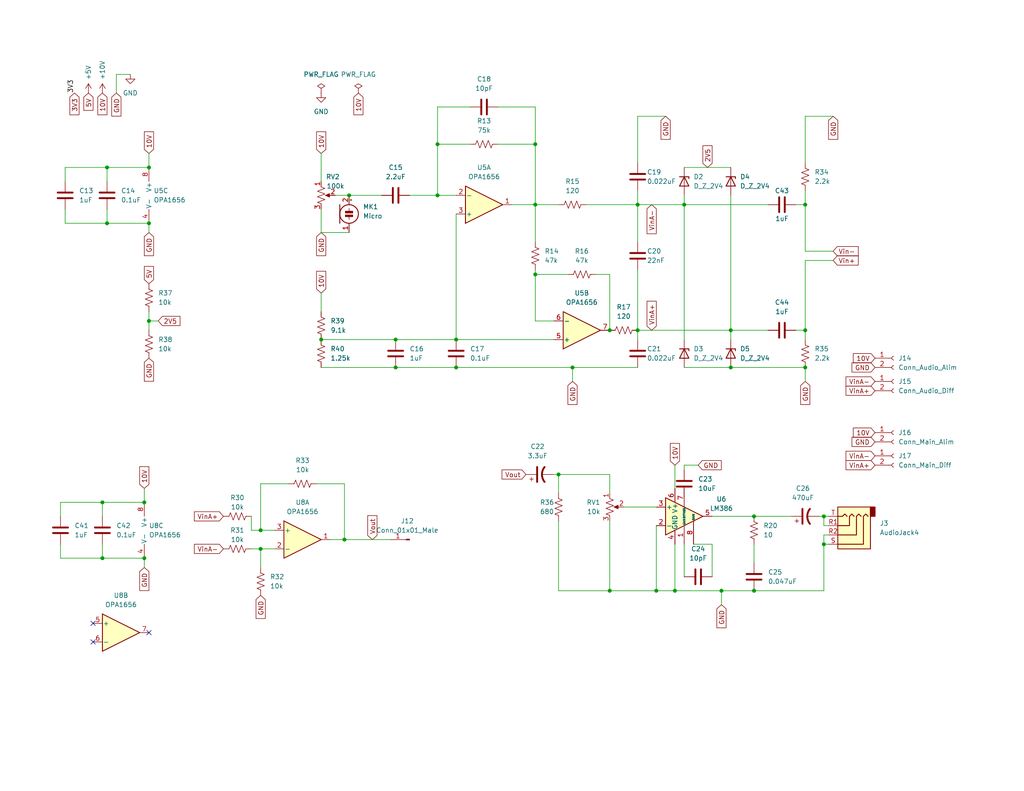
<source format=kicad_sch>
(kicad_sch (version 20211123) (generator eeschema)
  (paper "USLetter")
  (title_block (title "Ecou-Terre_PCB") (date "2023-01-23") (rev "v0") (company "CRIFA") (comment 1 "Eric Gingras") (comment 2 "Jacob Turcotte"))
  (lib_symbols
    (symbol "Amplifier_Audio:LM386" (pin_names (offset 0.127))
      (property "Reference" "U" (at 1.27 7.62 0))
      (property "Value" "LM386" (at 1.27 5.08 0))
      (symbol "LM386_0_1"
        (polyline (pts (xy 5.08 0) (xy -5.08 5.08) (xy -5.08 -5.08) (xy 5.08 0)) (stroke (width 0.254)) (fill (type background)))
      )
      (symbol "LM386_1_1"
        (pin input line (at 0 -7.62 90) (length 5.08) (name "GAIN") (number "1"))
        (pin input line (at -7.62 -2.54 0) (length 2.54) (name "-") (number "2"))
        (pin input line (at -7.62 2.54 0) (length 2.54) (name "+") (number "3"))
        (pin power_in line (at -2.54 -7.62 90) (length 3.81) (name "GND") (number "4"))
        (pin output line (at 7.62 0 180) (length 2.54) (name "~") (number "5"))
        (pin power_in line (at -2.54 7.62 270) (length 3.81) (name "V+") (number "6"))
        (pin input line (at 0 7.62 270) (length 5.08) (name "BYPASS") (number "7"))
        (pin input line (at 2.54 -7.62 90) (length 6.35) (name "GAIN") (number "8"))
      )
    )
    (symbol "Amplifier_Operational:TL072" (pin_names (offset 0.127))
      (property "Reference" "U" (at 0 5.08 0))
      (property "Value" "TL072" (at 0 -5.08 0))
      (symbol "TL072_1_1"
        (polyline (pts (xy -5.08 5.08) (xy 5.08 0) (xy -5.08 -5.08) (xy -5.08 5.08)) (stroke (width 0.254)) (fill (type background)))
        (pin output line (at 7.62 0 180) (length 2.54) (name "~") (number "1"))
        (pin input line (at -7.62 -2.54 0) (length 2.54) (name "-") (number "2"))
        (pin input line (at -7.62 2.54 0) (length 2.54) (name "+") (number "3"))
      )
      (symbol "TL072_2_1"
        (polyline (pts (xy -5.08 5.08) (xy 5.08 0) (xy -5.08 -5.08) (xy -5.08 5.08)) (stroke (width 0.254)) (fill (type background)))
        (pin input line (at -7.62 2.54 0) (length 2.54) (name "+") (number "5"))
        (pin input line (at -7.62 -2.54 0) (length 2.54) (name "-") (number "6"))
        (pin output line (at 7.62 0 180) (length 2.54) (name "~") (number "7"))
      )
      (symbol "TL072_3_1"
        (pin power_in line (at -2.54 -7.62 90) (length 3.81) (name "V-") (number "4"))
        (pin power_in line (at -2.54 7.62 270) (length 3.81) (name "V+") (number "8"))
      )
    )
    (symbol "Connector:AudioJack4"
      (property "Reference" "J" (at 0 8.89 0))
      (property "Value" "AudioJack4" (at 0 6.35 0))
      (symbol "AudioJack4_0_1"
        (rectangle (start -6.35 -5.08) (end -7.62 -7.62) (stroke (width 0.254)) (fill (type outline)))
        (polyline (pts (xy 0 -5.08) (xy 0.635 -5.715) (xy 1.27 -5.08) (xy 2.54 -5.08)) (stroke (width 0.254)))
        (polyline (pts (xy -5.715 -5.08) (xy -5.08 -5.715) (xy -4.445 -5.08) (xy -4.445 2.54) (xy 2.54 2.54)) (stroke (width 0.254)))
        (polyline (pts (xy -1.905 -5.08) (xy -1.27 -5.715) (xy -0.635 -5.08) (xy -0.635 -2.54) (xy 2.54 -2.54)) (stroke (width 0.254)))
        (polyline (pts (xy 2.54 0) (xy -2.54 0) (xy -2.54 -5.08) (xy -3.175 -5.715) (xy -3.81 -5.08)) (stroke (width 0.254)))
        (rectangle (start 2.54 3.81) (end -6.35 -7.62) (stroke (width 0.254)) (fill (type background)))
      )
      (symbol "AudioJack4_1_1"
        (pin passive line (at 5.08 -2.54 180) (length 2.54) (name "~") (number "R1"))
        (pin passive line (at 5.08 0 180) (length 2.54) (name "~") (number "R2"))
        (pin passive line (at 5.08 2.54 180) (length 2.54) (name "~") (number "S"))
        (pin passive line (at 5.08 -5.08 180) (length 2.54) (name "~") (number "T"))
      )
    )
    (symbol "Connector:Conn_01x01_Male" (pin_names (offset 1.016) hide)
      (property "Reference" "J" (at 0 2.54 0))
      (property "Value" "Conn_01x01_Male" (at 0 -2.54 0))
      (symbol "Conn_01x01_Male_1_1"
        (polyline (pts (xy 1.27 0) (xy 0.8636 0)) (stroke (width 0.1524)))
        (rectangle (start 0.8636 0.127) (end 0 -0.127) (stroke (width 0.1524)) (fill (type outline)))
        (pin passive line (at 5.08 0 180) (length 3.81) (name "Pin_1") (number "1"))
      )
    )
    (symbol "Connector:Conn_01x02_Female" (pin_names (offset 1.016) hide)
      (property "Reference" "J" (at 0 2.54 0))
      (property "Value" "Conn_01x02_Female" (at 0 -5.08 0))
      (symbol "Conn_01x02_Female_1_1"
        (arc (start 0 -2.032) (mid -0.508 -2.54) (end 0 -3.048) (stroke (width 0.1524)))
        (polyline (pts (xy -1.27 -2.54) (xy -0.508 -2.54)) (stroke (width 0.1524)))
        (polyline (pts (xy -1.27 0) (xy -0.508 0)) (stroke (width 0.1524)))
        (arc (start 0 0.508) (mid -0.508 0) (end 0 -0.508) (stroke (width 0.1524)))
        (pin passive line (at -5.08 0 0) (length 3.81) (name "Pin_1") (number "1"))
        (pin passive line (at -5.08 -2.54 0) (length 3.81) (name "Pin_2") (number "2"))
      )
    )
    (symbol "Device:C" (pin_numbers hide) (pin_names (offset 0.254))
      (property "Reference" "C" (at 0.635 2.54 0))
      (property "Value" "C" (at 0.635 -2.54 0))
      (symbol "C_0_1"
        (polyline (pts (xy -2.032 -0.762) (xy 2.032 -0.762)) (stroke (width 0.508)))
        (polyline (pts (xy -2.032 0.762) (xy 2.032 0.762)) (stroke (width 0.508)))
      )
      (symbol "C_1_1"
        (pin passive line (at 0 3.81 270) (length 2.794) (name "~") (number "1"))
        (pin passive line (at 0 -3.81 90) (length 2.794) (name "~") (number "2"))
      )
    )
    (symbol "Device:C_Polarized_US" (pin_numbers hide) (pin_names (offset 0.254) hide)
      (property "Reference" "C" (at 0.635 2.54 0))
      (property "Value" "C_Polarized_US" (at 0.635 -2.54 0))
      (symbol "C_Polarized_US_0_1"
        (polyline (pts (xy -2.032 0.762) (xy 2.032 0.762)) (stroke (width 0.508)))
        (polyline (pts (xy -1.778 2.286) (xy -0.762 2.286)))
        (polyline (pts (xy -1.27 1.778) (xy -1.27 2.794)))
        (arc (start 2.032 -1.27) (mid 0 -0.5572) (end -2.032 -1.27) (stroke (width 0.508)))
      )
      (symbol "C_Polarized_US_1_1"
        (pin passive line (at 0 3.81 270) (length 2.794) (name "~") (number "1"))
        (pin passive line (at 0 -3.81 90) (length 3.302) (name "~") (number "2"))
      )
    )
    (symbol "Device:D_Zener" (pin_numbers hide) (pin_names (offset 1.016) hide)
      (property "Reference" "D" (at 0 2.54 0))
      (property "Value" "D_Zener" (at 0 -2.54 0))
      (symbol "D_Zener_0_1"
        (polyline (pts (xy 1.27 0) (xy -1.27 0)))
        (polyline (pts (xy -1.27 -1.27) (xy -1.27 1.27) (xy -0.762 1.27)) (stroke (width 0.254)))
        (polyline (pts (xy 1.27 -1.27) (xy 1.27 1.27) (xy -1.27 0) (xy 1.27 -1.27)) (stroke (width 0.254)))
      )
      (symbol "D_Zener_1_1"
        (pin passive line (at -3.81 0 0) (length 2.54) (name "K") (number "1"))
        (pin passive line (at 3.81 0 180) (length 2.54) (name "A") (number "2"))
      )
    )
    (symbol "Device:Microphone_Condenser" (pin_names (offset 0.0254) hide)
      (property "Reference" "MK" (at -3.302 1.27 0))
      (property "Value" "Microphone_Condenser" (at -3.302 -0.635 0))
      (symbol "Microphone_Condenser_0_1"
        (polyline (pts (xy -2.54 2.54) (xy -2.54 -2.54)) (stroke (width 0.254)))
        (polyline (pts (xy 0 -0.762) (xy 0 -1.524)))
        (polyline (pts (xy 0 0.762) (xy 0 1.524)))
        (polyline (pts (xy 0.254 3.81) (xy 0.762 3.81)))
        (polyline (pts (xy 0.508 4.064) (xy 0.508 3.556)))
        (circle (center 0 0) (radius 2.54) (stroke (width 0.254)))
        (rectangle (start 1.016 -0.254) (end -1.016 -0.762) (fill (type outline)))
        (rectangle (start 1.016 0.762) (end -1.016 0.254) (fill (type outline)))
      )
      (symbol "Microphone_Condenser_1_1"
        (pin passive line (at 0 -5.08 90) (length 2.54) (name "-") (number "1"))
        (pin passive line (at 0 5.08 270) (length 2.54) (name "+") (number "2"))
      )
    )
    (symbol "Device:R_Potentiometer_US" (pin_names (offset 1.016) hide)
      (property "Reference" "RV" (at -4.445 0 90))
      (property "Value" "R_Potentiometer_US" (at -2.54 0 90))
      (symbol "R_Potentiometer_US_0_1"
        (polyline (pts (xy 0 -2.286) (xy 0 -2.54)))
        (polyline (pts (xy 0 2.54) (xy 0 2.286)))
        (polyline (pts (xy 2.54 0) (xy 1.524 0)))
        (polyline (pts (xy 1.143 0) (xy 2.286 0.508) (xy 2.286 -0.508) (xy 1.143 0)) (fill (type outline)))
        (polyline (pts (xy 0 -0.762) (xy 1.016 -1.143) (xy 0 -1.524) (xy -1.016 -1.905) (xy 0 -2.286)))
        (polyline (pts (xy 0 0.762) (xy 1.016 0.381) (xy 0 0) (xy -1.016 -0.381) (xy 0 -0.762)))
        (polyline (pts (xy 0 2.286) (xy 1.016 1.905) (xy 0 1.524) (xy -1.016 1.143) (xy 0 0.762)))
      )
      (symbol "R_Potentiometer_US_1_1"
        (pin passive line (at 0 3.81 270) (length 1.27) (name "1") (number "1"))
        (pin passive line (at 3.81 0 180) (length 1.27) (name "2") (number "2"))
        (pin passive line (at 0 -3.81 90) (length 1.27) (name "3") (number "3"))
      )
    )
    (symbol "Device:R_US" (pin_numbers hide) (pin_names (offset 0))
      (property "Reference" "R" (at 2.54 0 90))
      (property "Value" "R_US" (at -2.54 0 90))
      (symbol "R_US_0_1"
        (polyline (pts (xy 0 -2.286) (xy 0 -2.54)))
        (polyline (pts (xy 0 2.286) (xy 0 2.54)))
        (polyline (pts (xy 0 -0.762) (xy 1.016 -1.143) (xy 0 -1.524) (xy -1.016 -1.905) (xy 0 -2.286)))
        (polyline (pts (xy 0 0.762) (xy 1.016 0.381) (xy 0 0) (xy -1.016 -0.381) (xy 0 -0.762)))
        (polyline (pts (xy 0 2.286) (xy 1.016 1.905) (xy 0 1.524) (xy -1.016 1.143) (xy 0 0.762)))
      )
      (symbol "R_US_1_1"
        (pin passive line (at 0 3.81 270) (length 1.27) (name "~") (number "1"))
        (pin passive line (at 0 -3.81 90) (length 1.27) (name "~") (number "2"))
      )
    )
    (symbol "power:+10V" (power) (pin_names (offset 0))
      (property "Value" "+10V" (at 0 3.556 0))
      (symbol "+10V_0_1"
        (polyline (pts (xy -0.762 1.27) (xy 0 2.54)))
        (polyline (pts (xy 0 0) (xy 0 2.54)))
        (polyline (pts (xy 0 2.54) (xy 0.762 1.27)))
      )
      (symbol "+10V_1_1"
        (pin power_in line (at 0 0 90) (length 0) hide (name "+10V") (number "1"))
      )
    )
    (symbol "power:+5V" (power) (pin_names (offset 0))
      (property "Value" "+5V" (at 0 3.556 0))
      (symbol "+5V_0_1"
        (polyline (pts (xy -0.762 1.27) (xy 0 2.54)))
        (polyline (pts (xy 0 0) (xy 0 2.54)))
        (polyline (pts (xy 0 2.54) (xy 0.762 1.27)))
      )
      (symbol "+5V_1_1"
        (pin power_in line (at 0 0 90) (length 0) hide (name "+5V") (number "1"))
      )
    )
    (symbol "power:GND" (power) (pin_names (offset 0))
      (property "Value" "GND" (at 0 -3.81 0))
      (symbol "GND_0_1"
        (polyline (pts (xy 0 0) (xy 0 -1.27) (xy 1.27 -1.27) (xy 0 -2.54) (xy -1.27 -1.27) (xy 0 -1.27)))
      )
      (symbol "GND_1_1"
        (pin power_in line (at 0 0 270) (length 0) hide (name "GND") (number "1"))
      )
    )
    (symbol "power:PWR_FLAG" (power) (pin_numbers hide) (pin_names (offset 0) hide)
      (property "Value" "PWR_FLAG" (at 0 3.81 0))
      (symbol "PWR_FLAG_0_0"
        (pin power_out line (at 0 0 90) (length 0) (name "pwr") (number "1"))
      )
      (symbol "PWR_FLAG_0_1"
        (polyline (pts (xy 0 0) (xy 0 1.27) (xy -1.016 1.905) (xy 0 2.54) (xy 1.016 1.905) (xy 0 1.27)))
      )
    )
  )
  (junction (at 199.39 90.17))
  (junction (at 29.21 45.72))
  (junction (at 156.21 100.33))
  (junction (at 146.05 55.88))
  (junction (at 29.21 60.96))
  (junction (at 107.95 92.71))
  (junction (at 184.15 161.29))
  (junction (at 39.37 152.4))
  (junction (at 179.07 161.29))
  (junction (at 93.98 147.32))
  (junction (at 219.71 55.88))
  (junction (at 71.12 149.86))
  (junction (at 205.74 161.29))
  (junction (at 173.99 55.88))
  (junction (at 107.95 100.33))
  (junction (at 39.37 137.16))
  (junction (at 224.79 140.97))
  (junction (at 173.99 90.17))
  (junction (at 219.71 100.33))
  (junction (at 124.46 100.33))
  (junction (at 119.38 53.34))
  (junction (at 87.63 92.71))
  (junction (at 124.46 92.71))
  (junction (at 224.79 148.59))
  (junction (at 27.94 152.4))
  (junction (at 119.38 39.37))
  (junction (at 205.74 140.97))
  (junction (at 196.85 161.29))
  (junction (at 40.64 87.63))
  (junction (at 152.4 129.54))
  (junction (at 199.39 100.33))
  (junction (at 166.37 161.29))
  (junction (at 219.71 90.17))
  (junction (at 95.25 53.34))
  (junction (at 186.69 55.88))
  (junction (at 71.12 144.78))
  (junction (at 40.64 60.96))
  (junction (at 146.05 74.93))
  (junction (at 166.37 90.17))
  (junction (at 27.94 137.16))
  (junction (at 40.64 45.72))
  (junction (at 146.05 39.37))
  (no_connect (at 25.4 170.18))
  (no_connect (at 40.64 172.72))
  (no_connect (at 25.4 175.26))
  (wire (pts (xy 219.71 104.14) (xy 219.71 100.33)))
  (wire (pts (xy 71.12 144.78) (xy 74.93 144.78)))
  (wire (pts (xy 196.85 165.1) (xy 196.85 161.29)))
  (wire (pts (xy 199.39 100.33) (xy 219.71 100.33)))
  (wire (pts (xy 107.95 92.71) (xy 124.46 92.71)))
  (wire (pts (xy 194.31 148.59) (xy 194.31 157.48)))
  (wire (pts (xy 40.64 87.63) (xy 43.18 87.63)))
  (wire (pts (xy 179.07 138.43) (xy 170.18 138.43)))
  (wire (pts (xy 93.98 132.08) (xy 93.98 147.32)))
  (wire (pts (xy 86.36 132.08) (xy 93.98 132.08)))
  (wire (pts (xy 173.99 31.75) (xy 181.61 31.75)))
  (wire (pts (xy 146.05 66.04) (xy 146.05 55.88)))
  (wire (pts (xy 186.69 148.59) (xy 186.69 157.48)))
  (wire (pts (xy 87.63 92.71) (xy 107.95 92.71)))
  (wire (pts (xy 152.4 161.29) (xy 166.37 161.29)))
  (wire (pts (xy 111.76 53.34) (xy 119.38 53.34)))
  (wire (pts (xy 68.58 140.97) (xy 68.58 144.78)))
  (wire (pts (xy 186.69 55.88) (xy 209.55 55.88)))
  (wire (pts (xy 107.95 100.33) (xy 124.46 100.33)))
  (wire (pts (xy 199.39 90.17) (xy 209.55 90.17)))
  (wire (pts (xy 186.69 135.89) (xy 186.69 133.35)))
  (wire (pts (xy 189.23 148.59) (xy 194.31 148.59)))
  (wire (pts (xy 156.21 100.33) (xy 173.99 100.33)))
  (wire (pts (xy 173.99 55.88) (xy 186.69 55.88)))
  (wire (pts (xy 179.07 143.51) (xy 179.07 161.29)))
  (wire (pts (xy 124.46 100.33) (xy 156.21 100.33)))
  (wire (pts (xy 68.58 144.78) (xy 71.12 144.78)))
  (wire (pts (xy 40.64 63.5) (xy 40.64 60.96)))
  (wire (pts (xy 219.71 90.17) (xy 219.71 92.71)))
  (wire (pts (xy 152.4 129.54) (xy 152.4 134.62)))
  (wire (pts (xy 151.13 129.54) (xy 152.4 129.54)))
  (wire (pts (xy 173.99 73.66) (xy 173.99 90.17)))
  (wire (pts (xy 215.9 140.97) (xy 205.74 140.97)))
  (wire (pts (xy 90.17 147.32) (xy 93.98 147.32)))
  (wire (pts (xy 166.37 74.93) (xy 166.37 90.17)))
  (wire (pts (xy 186.69 127) (xy 186.69 128.27)))
  (wire (pts (xy 124.46 53.34) (xy 119.38 53.34)))
  (wire (pts (xy 196.85 161.29) (xy 184.15 161.29)))
  (wire (pts (xy 146.05 39.37) (xy 146.05 55.88)))
  (wire (pts (xy 186.69 53.34) (xy 186.69 55.88)))
  (wire (pts (xy 87.63 80.01) (xy 87.63 85.09)))
  (wire (pts (xy 152.4 55.88) (xy 146.05 55.88)))
  (wire (pts (xy 29.21 60.96) (xy 40.64 60.96)))
  (wire (pts (xy 151.13 92.71) (xy 124.46 92.71)))
  (wire (pts (xy 152.4 142.24) (xy 152.4 161.29)))
  (wire (pts (xy 223.52 140.97) (xy 224.79 140.97)))
  (wire (pts (xy 71.12 149.86) (xy 71.12 154.94)))
  (wire (pts (xy 179.07 161.29) (xy 184.15 161.29)))
  (wire (pts (xy 166.37 142.24) (xy 166.37 161.29)))
  (wire (pts (xy 224.79 146.05) (xy 224.79 148.59)))
  (wire (pts (xy 160.02 55.88) (xy 173.99 55.88)))
  (wire (pts (xy 184.15 133.35) (xy 184.15 127)))
  (wire (pts (xy 29.21 45.72) (xy 40.64 45.72)))
  (wire (pts (xy 186.69 55.88) (xy 186.69 92.71)))
  (wire (pts (xy 173.99 66.04) (xy 173.99 55.88)))
  (wire (pts (xy 152.4 129.54) (xy 166.37 129.54)))
  (wire (pts (xy 16.51 152.4) (xy 27.94 152.4)))
  (wire (pts (xy 205.74 161.29) (xy 196.85 161.29)))
  (wire (pts (xy 27.94 137.16) (xy 39.37 137.16)))
  (wire (pts (xy 27.94 148.59) (xy 27.94 152.4)))
  (wire (pts (xy 146.05 87.63) (xy 146.05 74.93)))
  (wire (pts (xy 219.71 31.75) (xy 219.71 44.45)))
  (wire (pts (xy 146.05 73.66) (xy 146.05 74.93)))
  (wire (pts (xy 173.99 90.17) (xy 199.39 90.17)))
  (wire (pts (xy 156.21 104.14) (xy 156.21 100.33)))
  (wire (pts (xy 151.13 87.63) (xy 146.05 87.63)))
  (wire (pts (xy 71.12 149.86) (xy 74.93 149.86)))
  (wire (pts (xy 217.17 55.88) (xy 219.71 55.88)))
  (wire (pts (xy 31.75 25.4) (xy 31.75 20.32)))
  (wire (pts (xy 199.39 53.34) (xy 199.39 90.17)))
  (wire (pts (xy 119.38 29.21) (xy 119.38 39.37)))
  (wire (pts (xy 173.99 90.17) (xy 173.99 92.71)))
  (wire (pts (xy 199.39 90.17) (xy 199.39 92.71)))
  (wire (pts (xy 93.98 147.32) (xy 106.68 147.32)))
  (wire (pts (xy 17.78 45.72) (xy 29.21 45.72)))
  (wire (pts (xy 29.21 57.15) (xy 29.21 60.96)))
  (wire (pts (xy 219.71 31.75) (xy 227.33 31.75)))
  (wire (pts (xy 224.79 143.51) (xy 224.79 140.97)))
  (wire (pts (xy 16.51 140.97) (xy 16.51 137.16)))
  (wire (pts (xy 224.79 148.59) (xy 224.79 161.29)))
  (wire (pts (xy 87.63 63.5) (xy 95.25 63.5)))
  (wire (pts (xy 186.69 100.33) (xy 199.39 100.33)))
  (wire (pts (xy 219.71 52.07) (xy 219.71 55.88)))
  (wire (pts (xy 154.94 74.93) (xy 146.05 74.93)))
  (wire (pts (xy 205.74 148.59) (xy 205.74 153.67)))
  (wire (pts (xy 205.74 161.29) (xy 224.79 161.29)))
  (wire (pts (xy 186.69 45.72) (xy 199.39 45.72)))
  (wire (pts (xy 146.05 29.21) (xy 146.05 39.37)))
  (wire (pts (xy 124.46 92.71) (xy 124.46 58.42)))
  (wire (pts (xy 87.63 100.33) (xy 107.95 100.33)))
  (wire (pts (xy 71.12 132.08) (xy 71.12 144.78)))
  (wire (pts (xy 16.51 137.16) (xy 27.94 137.16)))
  (wire (pts (xy 17.78 49.53) (xy 17.78 45.72)))
  (wire (pts (xy 128.27 39.37) (xy 119.38 39.37)))
  (wire (pts (xy 39.37 154.94) (xy 39.37 152.4)))
  (wire (pts (xy 166.37 129.54) (xy 166.37 134.62)))
  (wire (pts (xy 17.78 60.96) (xy 29.21 60.96)))
  (wire (pts (xy 173.99 44.45) (xy 173.99 31.75)))
  (wire (pts (xy 194.31 140.97) (xy 205.74 140.97)))
  (wire (pts (xy 224.79 140.97) (xy 226.06 140.97)))
  (wire (pts (xy 219.71 68.58) (xy 227.33 68.58)))
  (wire (pts (xy 226.06 143.51) (xy 224.79 143.51)))
  (wire (pts (xy 226.06 146.05) (xy 224.79 146.05)))
  (wire (pts (xy 39.37 133.35) (xy 39.37 137.16)))
  (wire (pts (xy 40.64 85.09) (xy 40.64 87.63)))
  (wire (pts (xy 217.17 90.17) (xy 219.71 90.17)))
  (wire (pts (xy 184.15 161.29) (xy 184.15 148.59)))
  (wire (pts (xy 139.7 55.88) (xy 146.05 55.88)))
  (wire (pts (xy 87.63 41.91) (xy 87.63 49.53)))
  (wire (pts (xy 78.74 132.08) (xy 71.12 132.08)))
  (wire (pts (xy 91.44 53.34) (xy 95.25 53.34)))
  (wire (pts (xy 128.27 29.21) (xy 119.38 29.21)))
  (wire (pts (xy 135.89 39.37) (xy 146.05 39.37)))
  (wire (pts (xy 224.79 148.59) (xy 226.06 148.59)))
  (wire (pts (xy 166.37 161.29) (xy 179.07 161.29)))
  (wire (pts (xy 104.14 53.34) (xy 95.25 53.34)))
  (wire (pts (xy 27.94 152.4) (xy 39.37 152.4)))
  (wire (pts (xy 40.64 41.91) (xy 40.64 45.72)))
  (wire (pts (xy 190.5 127) (xy 186.69 127)))
  (wire (pts (xy 17.78 57.15) (xy 17.78 60.96)))
  (wire (pts (xy 87.63 57.15) (xy 87.63 63.5)))
  (wire (pts (xy 40.64 87.63) (xy 40.64 90.17)))
  (wire (pts (xy 162.56 74.93) (xy 166.37 74.93)))
  (wire (pts (xy 31.75 20.32) (xy 35.56 20.32)))
  (wire (pts (xy 219.71 55.88) (xy 219.71 68.58)))
  (wire (pts (xy 119.38 39.37) (xy 119.38 53.34)))
  (wire (pts (xy 219.71 71.12) (xy 227.33 71.12)))
  (wire (pts (xy 219.71 71.12) (xy 219.71 90.17)))
  (wire (pts (xy 29.21 49.53) (xy 29.21 45.72)))
  (wire (pts (xy 135.89 29.21) (xy 146.05 29.21)))
  (wire (pts (xy 27.94 140.97) (xy 27.94 137.16)))
  (wire (pts (xy 173.99 55.88) (xy 173.99 52.07)))
  (wire (pts (xy 68.58 149.86) (xy 71.12 149.86)))
  (wire (pts (xy 16.51 148.59) (xy 16.51 152.4)))
  (label "3V3" (at 20.32 25.4 90))
  (global_label "10V" (shape input) (at 39.37 133.35 90) (property "Intersheet References" "${INTERSHEET_REFS}" (effects hide)))
  (global_label "GND" (shape input) (at 238.76 120.65 180) (property "Intersheet References" "${INTERSHEET_REFS}" (effects hide)))
  (global_label "5V" (shape input) (at 40.64 77.47 90) (property "Intersheet References" "${INTERSHEET_REFS}" (effects hide)))
  (global_label "10V" (shape input) (at 27.94 25.4 270) (property "Intersheet References" "${INTERSHEET_REFS}" (effects hide)))
  (global_label "VinA-" (shape input) (at 177.8 55.88 270) (property "Intersheet References" "${INTERSHEET_REFS}" (effects hide)))
  (global_label "Vin+" (shape input) (at 227.33 71.12 0) (property "Intersheet References" "${INTERSHEET_REFS}" (effects hide)))
  (global_label "10V" (shape input) (at 238.76 118.11 180) (property "Intersheet References" "${INTERSHEET_REFS}" (effects hide)))
  (global_label "GND" (shape input) (at 181.61 31.75 270) (property "Intersheet References" "${INTERSHEET_REFS}" (effects hide)))
  (global_label "VinA+" (shape input) (at 238.76 127 180) (property "Intersheet References" "${INTERSHEET_REFS}" (effects hide)))
  (global_label "Vout" (shape input) (at 101.6 147.32 90) (property "Intersheet References" "${INTERSHEET_REFS}" (effects hide)))
  (global_label "10V" (shape input) (at 238.76 97.79 180) (property "Intersheet References" "${INTERSHEET_REFS}" (effects hide)))
  (global_label "2V5" (shape input) (at 43.18 87.63 0) (property "Intersheet References" "${INTERSHEET_REFS}" (effects hide)))
  (global_label "VinA-" (shape input) (at 60.96 149.86 180) (property "Intersheet References" "${INTERSHEET_REFS}" (effects hide)))
  (global_label "GND" (shape input) (at 40.64 63.5 270) (property "Intersheet References" "${INTERSHEET_REFS}" (effects hide)))
  (global_label "GND" (shape input) (at 87.63 63.5 270) (property "Intersheet References" "${INTERSHEET_REFS}" (effects hide)))
  (global_label "VinA+" (shape input) (at 177.8 90.17 90) (property "Intersheet References" "${INTERSHEET_REFS}" (effects hide)))
  (global_label "GND" (shape input) (at 227.33 31.75 270) (property "Intersheet References" "${INTERSHEET_REFS}" (effects hide)))
  (global_label "GND" (shape input) (at 39.37 154.94 270) (property "Intersheet References" "${INTERSHEET_REFS}" (effects hide)))
  (global_label "VinA+" (shape input) (at 238.76 106.68 180) (property "Intersheet References" "${INTERSHEET_REFS}" (effects hide)))
  (global_label "GND" (shape input) (at 71.12 162.56 270) (property "Intersheet References" "${INTERSHEET_REFS}" (effects hide)))
  (global_label "VinA-" (shape input) (at 238.76 124.46 180) (property "Intersheet References" "${INTERSHEET_REFS}" (effects hide)))
  (global_label "3V3" (shape input) (at 20.32 25.4 270) (property "Intersheet References" "${INTERSHEET_REFS}" (effects hide)))
  (global_label "10V" (shape input) (at 40.64 41.91 90) (property "Intersheet References" "${INTERSHEET_REFS}" (effects hide)))
  (global_label "VinA+" (shape input) (at 60.96 140.97 180) (property "Intersheet References" "${INTERSHEET_REFS}" (effects hide)))
  (global_label "GND" (shape input) (at 219.71 104.14 270) (property "Intersheet References" "${INTERSHEET_REFS}" (effects hide)))
  (global_label "10V" (shape input) (at 184.15 127 90) (property "Intersheet References" "${INTERSHEET_REFS}" (effects hide)))
  (global_label "Vout" (shape input) (at 143.51 129.54 180) (property "Intersheet References" "${INTERSHEET_REFS}" (effects hide)))
  (global_label "GND" (shape input) (at 190.5 127 0) (property "Intersheet References" "${INTERSHEET_REFS}" (effects hide)))
  (global_label "VinA-" (shape input) (at 238.76 104.14 180) (property "Intersheet References" "${INTERSHEET_REFS}" (effects hide)))
  (global_label "2V5" (shape input) (at 193.04 45.72 90) (property "Intersheet References" "${INTERSHEET_REFS}" (effects hide)))
  (global_label "GND" (shape input) (at 156.21 104.14 270) (property "Intersheet References" "${INTERSHEET_REFS}" (effects hide)))
  (global_label "GND" (shape input) (at 196.85 165.1 270) (property "Intersheet References" "${INTERSHEET_REFS}" (effects hide)))
  (global_label "Vin-" (shape input) (at 227.33 68.58 0) (property "Intersheet References" "${INTERSHEET_REFS}" (effects hide)))
  (global_label "GND" (shape input) (at 40.64 97.79 270) (property "Intersheet References" "${INTERSHEET_REFS}" (effects hide)))
  (global_label "10V" (shape input) (at 87.63 41.91 90) (property "Intersheet References" "${INTERSHEET_REFS}" (effects hide)))
  (global_label "10V" (shape input) (at 87.63 80.01 90) (property "Intersheet References" "${INTERSHEET_REFS}" (effects hide)))
  (global_label "5V" (shape input) (at 24.13 25.4 270) (property "Intersheet References" "${INTERSHEET_REFS}" (effects hide)))
  (global_label "10V" (shape input) (at 97.79 25.4 270) (property "Intersheet References" "${INTERSHEET_REFS}" (effects hide)))
  (global_label "GND" (shape input) (at 238.76 100.33 180) (property "Intersheet References" "${INTERSHEET_REFS}" (effects hide)))
  (global_label "GND" (shape input) (at 31.75 25.4 270) (property "Intersheet References" "${INTERSHEET_REFS}" (effects hide)))
  (symbol (lib_id "Amplifier_Operational:TL072") (at 158.75 90.17 0) (mirror x) (unit 2)
    (property "Reference" "U5" (at 158.75 80.01 0))
    (property "Value" "OPA1656" (at 158.75 82.55 0))
    (property "Footprint" "Package_SO:SOIC-8_3.9x4.9mm_P1.27mm" (effects hide))
    (property "Datasheet" "http://www.ti.com/lit/ds/symlink/tl071.pdf" (effects hide))
  )
  (symbol (lib_id "Device:R_US") (at 40.64 81.28 180) (unit 1)
    (property "Reference" "R37" (at 43.18 80.0099 0) (effects (justify right)))
    (property "Value" "10k" (at 43.18 82.5499 0) (effects (justify right)))
    (property "Footprint" "Resistor_SMD:R_0805_2012Metric_Pad1.20x1.40mm_HandSolder" (effects hide))
  )
  (symbol (lib_id "power:+10V") (at 27.94 25.4 0) (unit 1)
    (property "Reference" "#PWR0103" (effects hide))
    (property "Value" "+10V" (at 27.94 16.51 90) (effects (justify right)))
  )
  (symbol (lib_id "Device:C") (at 190.5 157.48 90) (unit 1)
    (property "Reference" "C24" (at 190.5 149.86 90))
    (property "Value" "10pF" (at 190.5 152.4 90))
    (property "Footprint" "Capacitor_SMD:C_0805_2012Metric_Pad1.18x1.45mm_HandSolder" (effects hide))
  )
  (symbol (lib_id "Device:D_Zener") (at 199.39 49.53 270) (unit 1)
    (property "Reference" "D4" (at 201.93 48.2599 90) (effects (justify left)))
    (property "Value" "D_Z_2V4" (at 201.93 50.7999 90) (effects (justify left)))
    (property "Footprint" "Diode_SMD:D_SOD-123" (effects hide))
  )
  (symbol (lib_id "Device:R_US") (at 87.63 88.9 0) (unit 1)
    (property "Reference" "R39" (at 90.17 87.6299 0) (effects (justify left)))
    (property "Value" "9.1k" (at 90.17 90.1699 0) (effects (justify left)))
    (property "Footprint" "Resistor_SMD:R_0805_2012Metric_Pad1.20x1.40mm_HandSolder" (effects hide))
  )
  (symbol (lib_id "Connector:Conn_01x01_Male") (at 111.76 147.32 180) (unit 1)
    (property "Reference" "J12" (at 111.125 142.24 0))
    (property "Value" "Conn_01x01_Male" (at 111.125 144.78 0))
    (property "Footprint" "Connector_PinSocket_2.54mm:PinSocket_1x01_P2.54mm_Vertical" (effects hide))
  )
  (symbol (lib_id "Amplifier_Operational:TL072") (at 43.18 53.34 0) (unit 3)
    (property "Reference" "U5" (at 41.91 52.0699 0) (effects (justify left)))
    (property "Value" "OPA1656" (at 41.91 54.6099 0) (effects (justify left)))
    (property "Footprint" "Package_SO:SOIC-8_3.9x4.9mm_P1.27mm" (effects hide))
    (property "Datasheet" "http://www.ti.com/lit/ds/symlink/tl071.pdf" (effects hide))
  )
  (symbol (lib_id "Device:C") (at 27.94 144.78 180) (unit 1)
    (property "Reference" "C42" (at 31.75 143.5099 0) (effects (justify right)))
    (property "Value" "0.1uF" (at 31.75 146.0499 0) (effects (justify right)))
    (property "Footprint" "Capacitor_SMD:C_0805_2012Metric_Pad1.18x1.45mm_HandSolder" (effects hide))
  )
  (symbol (lib_id "Connector:Conn_01x02_Female") (at 243.84 97.79 0) (unit 1)
    (property "Reference" "J14" (at 245.11 97.7899 0) (effects (justify left)))
    (property "Value" "Conn_Audio_Alim" (at 245.11 100.3299 0) (effects (justify left)))
    (property "Footprint" "Connector_Wire:SolderWire-0.75sqmm_1x02_P4.8mm_D1.25mm_OD2.3mm" (effects hide))
  )
  (symbol (lib_id "power:PWR_FLAG") (at 97.79 25.4 0) (unit 1)
    (property "Reference" "#FLG0101" (effects hide))
    (property "Value" "PWR_FLAG" (at 97.79 20.32 0))
  )
  (symbol (lib_id "Device:R_US") (at 170.18 90.17 90) (unit 1)
    (property "Reference" "R17" (at 170.18 83.82 90))
    (property "Value" "120" (at 170.18 86.36 90))
    (property "Footprint" "Resistor_SMD:R_0805_2012Metric_Pad1.20x1.40mm_HandSolder" (effects hide))
  )
  (symbol (lib_id "Device:R_US") (at 87.63 96.52 0) (unit 1)
    (property "Reference" "R40" (at 90.17 95.2499 0) (effects (justify left)))
    (property "Value" "1.25k" (at 90.17 97.7899 0) (effects (justify left)))
    (property "Footprint" "Resistor_SMD:R_0805_2012Metric_Pad1.20x1.40mm_HandSolder" (effects hide))
  )
  (symbol (lib_id "Device:D_Zener") (at 199.39 96.52 270) (unit 1)
    (property "Reference" "D5" (at 201.93 95.2499 90) (effects (justify left)))
    (property "Value" "D_Z_2V4" (at 201.93 97.7899 90) (effects (justify left)))
    (property "Footprint" "Diode_SMD:D_SOD-123" (effects hide))
  )
  (symbol (lib_id "power:GND") (at 87.63 25.4 0) (unit 1)
    (property "Reference" "#PWR0104" (effects hide))
    (property "Value" "GND" (at 87.63 30.48 0))
  )
  (symbol (lib_id "Amplifier_Operational:TL072") (at 33.02 172.72 0) (unit 2)
    (property "Reference" "U8" (at 33.02 162.56 0))
    (property "Value" "OPA1656" (at 33.02 165.1 0))
    (property "Footprint" "Package_SO:SOIC-8_3.9x4.9mm_P1.27mm" (effects hide))
    (property "Datasheet" "http://www.ti.com/lit/ds/symlink/tl071.pdf" (effects hide))
  )
  (symbol (lib_id "Device:C") (at 124.46 96.52 180) (unit 1)
    (property "Reference" "C17" (at 128.27 95.2499 0) (effects (justify right)))
    (property "Value" "0.1uF" (at 128.27 97.7899 0) (effects (justify right)))
    (property "Footprint" "Capacitor_SMD:C_0805_2012Metric_Pad1.18x1.45mm_HandSolder" (effects hide))
  )
  (symbol (lib_id "Device:C") (at 29.21 53.34 180) (unit 1)
    (property "Reference" "C14" (at 33.02 52.0699 0) (effects (justify right)))
    (property "Value" "0.1uF" (at 33.02 54.6099 0) (effects (justify right)))
    (property "Footprint" "Capacitor_SMD:C_0805_2012Metric_Pad1.18x1.45mm_HandSolder" (effects hide))
  )
  (symbol (lib_id "Device:D_Zener") (at 186.69 49.53 270) (unit 1)
    (property "Reference" "D2" (at 189.23 48.2599 90) (effects (justify left)))
    (property "Value" "D_Z_2V4" (at 189.23 50.7999 90) (effects (justify left)))
    (property "Footprint" "Diode_SMD:D_SOD-123" (effects hide))
  )
  (symbol (lib_id "Device:R_US") (at 132.08 39.37 90) (unit 1)
    (property "Reference" "R13" (at 132.08 33.02 90))
    (property "Value" "75k" (at 132.08 35.56 90))
    (property "Footprint" "Resistor_SMD:R_0805_2012Metric_Pad1.20x1.40mm_HandSolder" (effects hide))
  )
  (symbol (lib_id "Device:R_US") (at 71.12 158.75 180) (unit 1)
    (property "Reference" "R32" (at 73.66 157.4799 0) (effects (justify right)))
    (property "Value" "10k" (at 73.66 160.0199 0) (effects (justify right)))
    (property "Footprint" "Resistor_SMD:R_0805_2012Metric_Pad1.20x1.40mm_HandSolder" (effects hide))
  )
  (symbol (lib_id "Device:C_Polarized_US") (at 147.32 129.54 90) (unit 1)
    (property "Reference" "C22" (at 146.685 121.92 90))
    (property "Value" "3.3uF" (at 146.685 124.46 90))
    (property "Footprint" "Capacitor_SMD:C_0805_2012Metric_Pad1.18x1.45mm_HandSolder" (effects hide))
  )
  (symbol (lib_id "Device:R_US") (at 146.05 69.85 0) (unit 1)
    (property "Reference" "R14" (at 148.59 68.5799 0) (effects (justify left)))
    (property "Value" "47k" (at 148.59 71.1199 0) (effects (justify left)))
    (property "Footprint" "Resistor_SMD:R_0805_2012Metric_Pad1.20x1.40mm_HandSolder" (effects hide))
  )
  (symbol (lib_id "Device:Microphone_Condenser") (at 95.25 58.42 0) (unit 1)
    (property "Reference" "MK1" (at 99.06 56.4514 0) (effects (justify left)))
    (property "Value" "Micro" (at 99.06 58.9914 0) (effects (justify left)))
    (property "Footprint" "Connector_Wire:SolderWire-0.1sqmm_1x02_P3.6mm_D0.4mm_OD1mm" (effects hide))
  )
  (symbol (lib_id "Device:R_Potentiometer_US") (at 87.63 53.34 0) (unit 1)
    (property "Reference" "RV2" (at 92.71 48.26 0) (effects (justify right)))
    (property "Value" "100k" (at 93.98 50.8 0) (effects (justify right)))
    (property "Footprint" "Potentiometer_SMD:Potentiometer_Bourns_TC33X_Vertical" (effects hide))
  )
  (symbol (lib_id "Device:C") (at 213.36 90.17 270) (unit 1)
    (property "Reference" "C44" (at 213.36 82.55 90))
    (property "Value" "1uF" (at 213.36 85.09 90))
    (property "Footprint" "Capacitor_SMD:C_0805_2012Metric_Pad1.18x1.45mm_HandSolder" (effects hide))
  )
  (symbol (lib_id "Device:C") (at 173.99 69.85 180) (unit 1)
    (property "Reference" "C20" (at 176.53 68.58 0) (effects (justify right)))
    (property "Value" "22nF" (at 176.53 71.12 0) (effects (justify right)))
    (property "Footprint" "Capacitor_SMD:C_0805_2012Metric_Pad1.18x1.45mm_HandSolder" (effects hide))
  )
  (symbol (lib_id "Device:R_US") (at 40.64 93.98 180) (unit 1)
    (property "Reference" "R38" (at 43.18 92.7099 0) (effects (justify right)))
    (property "Value" "10k" (at 43.18 95.2499 0) (effects (justify right)))
    (property "Footprint" "Resistor_SMD:R_0805_2012Metric_Pad1.20x1.40mm_HandSolder" (effects hide))
  )
  (symbol (lib_id "power:+5V") (at 24.13 25.4 0) (unit 1)
    (property "Reference" "#PWR0102" (effects hide))
    (property "Value" "+5V" (at 24.13 17.78 90) (effects (justify right)))
  )
  (symbol (lib_id "Amplifier_Operational:TL072") (at 41.91 144.78 0) (unit 3)
    (property "Reference" "U8" (at 40.64 143.5099 0) (effects (justify left)))
    (property "Value" "OPA1656" (at 40.64 146.0499 0) (effects (justify left)))
    (property "Footprint" "Package_SO:SOIC-8_3.9x4.9mm_P1.27mm" (effects hide))
    (property "Datasheet" "http://www.ti.com/lit/ds/symlink/tl071.pdf" (effects hide))
  )
  (symbol (lib_id "Device:R_Potentiometer_US") (at 166.37 138.43 0) (unit 1)
    (property "Reference" "RV1" (at 163.83 137.1599 0) (effects (justify right)))
    (property "Value" "10k" (at 163.83 139.6999 0) (effects (justify right)))
    (property "Footprint" "Potentiometer_THT:Potentiometer_Bourns_3386P_Vertical" (effects hide))
  )
  (symbol (lib_id "Device:R_US") (at 219.71 48.26 0) (unit 1)
    (property "Reference" "R34" (at 222.25 46.9899 0) (effects (justify left)))
    (property "Value" "2.2k" (at 222.25 49.5299 0) (effects (justify left)))
    (property "Footprint" "Resistor_SMD:R_0805_2012Metric_Pad1.20x1.40mm_HandSolder" (effects hide))
  )
  (symbol (lib_id "Amplifier_Audio:LM386") (at 186.69 140.97 0) (unit 1)
    (property "Reference" "U6" (at 196.85 136.271 0))
    (property "Value" "LM386" (at 196.85 138.811 0))
    (property "Footprint" "Package_SO:SOIC-8_3.9x4.9mm_P1.27mm" (effects hide))
    (property "Datasheet" "http://www.ti.com/lit/ds/symlink/lm386.pdf" (effects hide))
  )
  (symbol (lib_id "Device:C") (at 186.69 132.08 0) (unit 1)
    (property "Reference" "C23" (at 190.5 130.8099 0) (effects (justify left)))
    (property "Value" "10uF" (at 190.5 133.3499 0) (effects (justify left)))
    (property "Footprint" "Capacitor_SMD:C_0805_2012Metric_Pad1.18x1.45mm_HandSolder" (effects hide))
  )
  (symbol (lib_id "Device:R_US") (at 82.55 132.08 90) (unit 1)
    (property "Reference" "R33" (at 82.55 125.73 90))
    (property "Value" "10k" (at 82.55 128.27 90))
    (property "Footprint" "Resistor_SMD:R_0805_2012Metric_Pad1.20x1.40mm_HandSolder" (effects hide))
  )
  (symbol (lib_id "Device:R_US") (at 64.77 149.86 90) (unit 1)
    (property "Reference" "R31" (at 64.77 144.78 90))
    (property "Value" "10k" (at 64.77 147.32 90))
    (property "Footprint" "Resistor_SMD:R_0805_2012Metric_Pad1.20x1.40mm_HandSolder" (effects hide))
  )
  (symbol (lib_id "Device:C_Polarized_US") (at 219.71 140.97 90) (unit 1)
    (property "Reference" "C26" (at 219.075 133.35 90))
    (property "Value" "470uF" (at 219.075 135.89 90))
    (property "Footprint" "Capacitor_SMD:C_Elec_8x10.2" (effects hide))
  )
  (symbol (lib_id "Device:R_US") (at 158.75 74.93 90) (unit 1)
    (property "Reference" "R16" (at 158.75 68.58 90))
    (property "Value" "47k" (at 158.75 71.12 90))
    (property "Footprint" "Resistor_SMD:R_0805_2012Metric_Pad1.20x1.40mm_HandSolder" (effects hide))
  )
  (symbol (lib_id "Connector:AudioJack4") (at 231.14 146.05 180) (unit 1)
    (property "Reference" "J3" (at 240.03 142.8749 0) (effects (justify right)))
    (property "Value" "AudioJack4" (at 240.03 145.4149 0) (effects (justify right)))
    (property "Footprint" "Connector_Audio:Jack_3.5mm_CUI_SJ-3524-SMT_Horizontal" (effects hide))
  )
  (symbol (lib_id "Device:R_US") (at 219.71 96.52 0) (unit 1)
    (property "Reference" "R35" (at 222.25 95.2499 0) (effects (justify left)))
    (property "Value" "2.2k" (at 222.25 97.7899 0) (effects (justify left)))
    (property "Footprint" "Resistor_SMD:R_0805_2012Metric_Pad1.20x1.40mm_HandSolder" (effects hide))
  )
  (symbol (lib_id "Connector:Conn_01x02_Female") (at 243.84 118.11 0) (unit 1)
    (property "Reference" "J16" (at 245.11 118.1099 0) (effects (justify left)))
    (property "Value" "Conn_Main_Alim" (at 245.11 120.6499 0) (effects (justify left)))
    (property "Footprint" "Connector_Wire:SolderWire-0.75sqmm_1x02_P4.8mm_D1.25mm_OD2.3mm" (effects hide))
  )
  (symbol (lib_id "Device:C") (at 107.95 96.52 180) (unit 1)
    (property "Reference" "C16" (at 111.76 95.2499 0) (effects (justify right)))
    (property "Value" "1uF" (at 111.76 97.7899 0) (effects (justify right)))
    (property "Footprint" "Capacitor_SMD:C_0805_2012Metric_Pad1.18x1.45mm_HandSolder" (effects hide))
  )
  (symbol (lib_id "Device:R_US") (at 64.77 140.97 90) (unit 1)
    (property "Reference" "R30" (at 64.77 135.89 90))
    (property "Value" "10k" (at 64.77 138.43 90))
    (property "Footprint" "Resistor_SMD:R_0805_2012Metric_Pad1.20x1.40mm_HandSolder" (effects hide))
  )
  (symbol (lib_id "power:GND") (at 35.56 20.32 0) (unit 1)
    (property "Reference" "#PWR0101" (effects hide))
    (property "Value" "GND" (at 35.56 25.4 0))
  )
  (symbol (lib_id "Device:R_US") (at 156.21 55.88 90) (unit 1)
    (property "Reference" "R15" (at 156.21 49.53 90))
    (property "Value" "120" (at 156.21 52.07 90))
    (property "Footprint" "Resistor_SMD:R_0805_2012Metric_Pad1.20x1.40mm_HandSolder" (effects hide))
  )
  (symbol (lib_id "Device:C") (at 173.99 48.26 180) (unit 1)
    (property "Reference" "C19" (at 176.53 46.99 0) (effects (justify right)))
    (property "Value" "0.022uF" (at 176.53 49.53 0) (effects (justify right)))
    (property "Footprint" "Capacitor_SMD:C_0805_2012Metric_Pad1.18x1.45mm_HandSolder" (effects hide))
  )
  (symbol (lib_id "Device:D_Zener") (at 186.69 96.52 270) (unit 1)
    (property "Reference" "D3" (at 189.23 95.2499 90) (effects (justify left)))
    (property "Value" "D_Z_2V4" (at 189.23 97.7899 90) (effects (justify left)))
    (property "Footprint" "Diode_SMD:D_SOD-123" (effects hide))
  )
  (symbol (lib_id "Device:R_US") (at 205.74 144.78 0) (unit 1)
    (property "Reference" "R20" (at 208.28 143.5099 0) (effects (justify left)))
    (property "Value" "10" (at 208.28 146.0499 0) (effects (justify left)))
    (property "Footprint" "Resistor_SMD:R_0805_2012Metric_Pad1.20x1.40mm_HandSolder" (effects hide))
  )
  (symbol (lib_id "Device:C") (at 213.36 55.88 270) (unit 1)
    (property "Reference" "C43" (at 213.36 52.07 90))
    (property "Value" "1uF" (at 213.36 59.69 90))
    (property "Footprint" "Capacitor_SMD:C_0805_2012Metric_Pad1.18x1.45mm_HandSolder" (effects hide))
  )
  (symbol (lib_id "Device:C") (at 205.74 157.48 0) (unit 1)
    (property "Reference" "C25" (at 209.55 156.2099 0) (effects (justify left)))
    (property "Value" "0.047uF" (at 209.55 158.7499 0) (effects (justify left)))
    (property "Footprint" "Capacitor_SMD:C_0805_2012Metric_Pad1.18x1.45mm_HandSolder" (effects hide))
  )
  (symbol (lib_id "power:PWR_FLAG") (at 87.63 25.4 0) (unit 1)
    (property "Reference" "#FLG0102" (effects hide))
    (property "Value" "PWR_FLAG" (at 87.63 20.32 0))
  )
  (symbol (lib_id "Amplifier_Operational:TL072") (at 82.55 147.32 0) (unit 1)
    (property "Reference" "U8" (at 82.55 137.16 0))
    (property "Value" "OPA1656" (at 82.55 139.7 0))
    (property "Footprint" "Package_SO:SOIC-8_3.9x4.9mm_P1.27mm" (effects hide))
    (property "Datasheet" "http://www.ti.com/lit/ds/symlink/tl071.pdf" (effects hide))
  )
  (symbol (lib_id "Connector:Conn_01x02_Female") (at 243.84 104.14 0) (unit 1)
    (property "Reference" "J15" (at 245.11 104.1399 0) (effects (justify left)))
    (property "Value" "Conn_Audio_Diff" (at 245.11 106.6799 0) (effects (justify left)))
    (property "Footprint" "Connector_Wire:SolderWire-0.75sqmm_1x02_P4.8mm_D1.25mm_OD2.3mm" (effects hide))
  )
  (symbol (lib_id "Device:C") (at 16.51 144.78 180) (unit 1)
    (property "Reference" "C41" (at 20.32 143.5099 0) (effects (justify right)))
    (property "Value" "1uF" (at 20.32 146.0499 0) (effects (justify right)))
    (property "Footprint" "Capacitor_SMD:C_0805_2012Metric_Pad1.18x1.45mm_HandSolder" (effects hide))
  )
  (symbol (lib_id "Amplifier_Operational:TL072") (at 132.08 55.88 0) (mirror x) (unit 1)
    (property "Reference" "U5" (at 132.08 45.72 0))
    (property "Value" "OPA1656" (at 132.08 48.26 0))
    (property "Footprint" "Package_SO:SOIC-8_3.9x4.9mm_P1.27mm" (effects hide))
    (property "Datasheet" "http://www.ti.com/lit/ds/symlink/tl071.pdf" (effects hide))
  )
  (symbol (lib_id "Device:C") (at 17.78 53.34 180) (unit 1)
    (property "Reference" "C13" (at 21.59 52.0699 0) (effects (justify right)))
    (property "Value" "1uF" (at 21.59 54.6099 0) (effects (justify right)))
    (property "Footprint" "Capacitor_SMD:C_0805_2012Metric_Pad1.18x1.45mm_HandSolder" (effects hide))
  )
  (symbol (lib_id "Device:C") (at 173.99 96.52 180) (unit 1)
    (property "Reference" "C21" (at 176.53 95.25 0) (effects (justify right)))
    (property "Value" "0.022uF" (at 176.53 97.79 0) (effects (justify right)))
    (property "Footprint" "Capacitor_SMD:C_0805_2012Metric_Pad1.18x1.45mm_HandSolder" (effects hide))
  )
  (symbol (lib_id "Connector:Conn_01x02_Female") (at 243.84 124.46 0) (unit 1)
    (property "Reference" "J17" (at 245.11 124.4599 0) (effects (justify left)))
    (property "Value" "Conn_Main_Diff" (at 245.11 126.9999 0) (effects (justify left)))
    (property "Footprint" "Connector_Wire:SolderWire-0.75sqmm_1x02_P4.8mm_D1.25mm_OD2.3mm" (effects hide))
  )
  (symbol (lib_id "Device:R_US") (at 152.4 138.43 180) (unit 1)
    (property "Reference" "R36" (at 147.32 137.16 0) (effects (justify right)))
    (property "Value" "680" (at 147.32 139.7 0) (effects (justify right)))
    (property "Footprint" "Resistor_SMD:R_0805_2012Metric_Pad1.20x1.40mm_HandSolder" (effects hide))
  )
  (symbol (lib_id "Device:C") (at 132.08 29.21 90) (unit 1)
    (property "Reference" "C18" (at 132.08 21.59 90))
    (property "Value" "10pF" (at 132.08 24.13 90))
    (property "Footprint" "Capacitor_SMD:C_0805_2012Metric_Pad1.18x1.45mm_HandSolder" (effects hide))
  )
  (symbol (lib_id "Device:C") (at 107.95 53.34 90) (unit 1)
    (property "Reference" "C15" (at 107.95 45.72 90))
    (property "Value" "2.2uF" (at 107.95 48.26 90))
    (property "Footprint" "Capacitor_SMD:C_0805_2012Metric_Pad1.18x1.45mm_HandSolder" (effects hide))
  )
)
</source>
